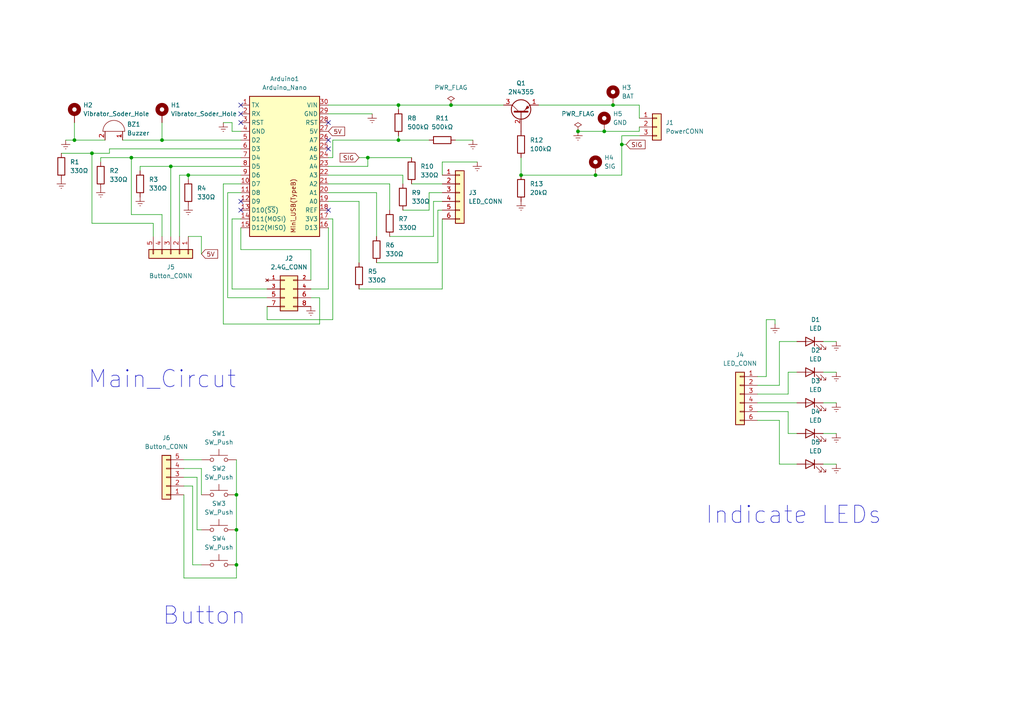
<source format=kicad_sch>
(kicad_sch (version 20211123) (generator eeschema)
  (paper "A4")
  (title_block (title "便攜式腳踏車燈中央控制器") (rev "V1.0"))
  (lib_symbols
    (symbol "Connector_Generic:Conn_01x05" (pin_names (offset 1.016) hide)
      (property "Reference" "J" (at 0 7.62 0))
      (property "Value" "Conn_01x05" (at 0 -7.62 0))
      (symbol "Conn_01x05_1_1"
        (rectangle (start -1.27 -4.953) (end 0 -5.207) (stroke (width 0.1524)))
        (rectangle (start -1.27 -2.413) (end 0 -2.667) (stroke (width 0.1524)))
        (rectangle (start -1.27 0.127) (end 0 -0.127) (stroke (width 0.1524)))
        (rectangle (start -1.27 2.667) (end 0 2.413) (stroke (width 0.1524)))
        (rectangle (start -1.27 5.207) (end 0 4.953) (stroke (width 0.1524)))
        (rectangle (start -1.27 6.35) (end 1.27 -6.35) (stroke (width 0.254)) (fill (type background)))
        (pin passive line (at -5.08 5.08 0) (length 3.81) (name "Pin_1") (number "1"))
        (pin passive line (at -5.08 2.54 0) (length 3.81) (name "Pin_2") (number "2"))
        (pin passive line (at -5.08 0 0) (length 3.81) (name "Pin_3") (number "3"))
        (pin passive line (at -5.08 -2.54 0) (length 3.81) (name "Pin_4") (number "4"))
        (pin passive line (at -5.08 -5.08 0) (length 3.81) (name "Pin_5") (number "5"))
      )
    )
    (symbol "Connector_Generic:Conn_01x06" (pin_names (offset 1.016) hide)
      (property "Reference" "J" (at 0 7.62 0))
      (property "Value" "Conn_01x06" (at 0 -10.16 0))
      (symbol "Conn_01x06_1_1"
        (rectangle (start -1.27 -7.493) (end 0 -7.747) (stroke (width 0.1524)))
        (rectangle (start -1.27 -4.953) (end 0 -5.207) (stroke (width 0.1524)))
        (rectangle (start -1.27 -2.413) (end 0 -2.667) (stroke (width 0.1524)))
        (rectangle (start -1.27 0.127) (end 0 -0.127) (stroke (width 0.1524)))
        (rectangle (start -1.27 2.667) (end 0 2.413) (stroke (width 0.1524)))
        (rectangle (start -1.27 5.207) (end 0 4.953) (stroke (width 0.1524)))
        (rectangle (start -1.27 6.35) (end 1.27 -8.89) (stroke (width 0.254)) (fill (type background)))
        (pin passive line (at -5.08 5.08 0) (length 3.81) (name "Pin_1") (number "1"))
        (pin passive line (at -5.08 2.54 0) (length 3.81) (name "Pin_2") (number "2"))
        (pin passive line (at -5.08 0 0) (length 3.81) (name "Pin_3") (number "3"))
        (pin passive line (at -5.08 -2.54 0) (length 3.81) (name "Pin_4") (number "4"))
        (pin passive line (at -5.08 -5.08 0) (length 3.81) (name "Pin_5") (number "5"))
        (pin passive line (at -5.08 -7.62 0) (length 3.81) (name "Pin_6") (number "6"))
      )
    )
    (symbol "Connector_Generic:PowerCONN" (pin_names (offset 1.016) hide)
      (property "Reference" "J1" (at 2.54 1.2701 0))
      (property "Value" "PowerCONN" (at 2.54 -1.2699 0))
      (symbol "PowerCONN_1_1"
        (rectangle (start -1.27 -2.413) (end 0 -2.667) (stroke (width 0.1524)))
        (rectangle (start -1.27 0.127) (end 0 -0.127) (stroke (width 0.1524)))
        (rectangle (start -1.27 2.667) (end 0 2.413) (stroke (width 0.1524)))
        (rectangle (start -1.27 3.81) (end 1.27 -3.81) (stroke (width 0.254)) (fill (type background)))
        (pin passive line (at -5.08 2.54 0) (length 3.81) (name "Power") (number "1"))
        (pin passive line (at -5.08 0 0) (length 3.81) (name "Ground") (number "2"))
        (pin passive line (at -5.08 -2.54 0) (length 3.81) (name "Charging_Signal") (number "3"))
      )
    )
    (symbol "Connector_Generic_MountingPin:2.4G_CONN" (pin_names (offset 1.016) hide)
      (property "Reference" "J2" (at 1.27 8.89 0))
      (property "Value" "2.4G_CONN" (at 1.27 6.35 0))
      (symbol "2.4G_CONN_1_1"
        (rectangle (start -1.27 -4.953) (end 0 -5.207) (stroke (width 0.1524)))
        (rectangle (start -1.27 -2.413) (end 0 -2.667) (stroke (width 0.1524)))
        (rectangle (start -1.27 0.127) (end 0 -0.127) (stroke (width 0.1524)))
        (rectangle (start -1.27 2.667) (end 0 2.413) (stroke (width 0.1524)))
        (rectangle (start -1.27 3.81) (end 3.81 -6.35) (stroke (width 0.254)) (fill (type background)))
        (rectangle (start 3.81 -4.953) (end 2.54 -5.207) (stroke (width 0.1524)))
        (rectangle (start 3.81 -2.413) (end 2.54 -2.667) (stroke (width 0.1524)))
        (rectangle (start 3.81 0.127) (end 2.54 -0.127) (stroke (width 0.1524)))
        (rectangle (start 3.81 2.667) (end 2.54 2.413) (stroke (width 0.1524)))
        (pin no_connect line (at -5.08 2.54 0) (length 3.81) (name "EMPTY") (number "1"))
        (pin passive line (at 7.62 2.54 180) (length 3.81) (name "MISO") (number "2"))
        (pin passive line (at -5.08 0 0) (length 3.81) (name "MOSI") (number "3"))
        (pin passive line (at 7.62 0 180) (length 3.81) (name "SCLK") (number "4"))
        (pin passive line (at -5.08 -2.54 0) (length 3.81) (name "CSN") (number "5"))
        (pin passive line (at 7.62 -2.54 180) (length 3.81) (name "CE") (number "6"))
        (pin passive line (at -5.08 -5.08 0) (length 3.81) (name "VCC") (number "7"))
        (pin passive line (at 7.62 -5.08 180) (length 3.81) (name "GND") (number "8"))
      )
    )
    (symbol "Device:Buzzer" (pin_names (offset 0.0254) hide)
      (property "Reference" "BZ" (at 3.81 1.27 0))
      (property "Value" "Buzzer" (at 3.81 -1.27 0))
      (symbol "Buzzer_0_1"
        (arc (start 0 -3.175) (mid 3.175 0) (end 0 3.175))
        (polyline (pts (xy -1.651 1.905) (xy -1.143 1.905)))
        (polyline (pts (xy -1.397 2.159) (xy -1.397 1.651)))
        (polyline (pts (xy 0 3.175) (xy 0 -3.175)))
      )
      (symbol "Buzzer_1_1"
        (pin passive line (at -2.54 2.54 0) (length 2.54) (name "-") (number "1"))
        (pin passive line (at -2.54 -2.54 0) (length 2.54) (name "+") (number "2"))
      )
    )
    (symbol "Device:LED" (pin_numbers hide) (pin_names (offset 1.016) hide)
      (property "Reference" "D" (at 0 2.54 0))
      (property "Value" "LED" (at 0 -2.54 0))
      (symbol "LED_0_1"
        (polyline (pts (xy -1.27 -1.27) (xy -1.27 1.27)) (stroke (width 0.254)))
        (polyline (pts (xy -1.27 0) (xy 1.27 0)))
        (polyline (pts (xy 1.27 -1.27) (xy 1.27 1.27) (xy -1.27 0) (xy 1.27 -1.27)) (stroke (width 0.254)))
        (polyline (pts (xy -3.048 -0.762) (xy -4.572 -2.286) (xy -3.81 -2.286) (xy -4.572 -2.286) (xy -4.572 -1.524)))
        (polyline (pts (xy -1.778 -0.762) (xy -3.302 -2.286) (xy -2.54 -2.286) (xy -3.302 -2.286) (xy -3.302 -1.524)))
      )
      (symbol "LED_1_1"
        (pin passive line (at -3.81 0 0) (length 2.54) (name "K") (number "1"))
        (pin passive line (at 3.81 0 180) (length 2.54) (name "A") (number "2"))
      )
    )
    (symbol "Device:R" (pin_numbers hide) (pin_names (offset 0))
      (property "Reference" "R" (at 2.032 0 90))
      (property "Value" "R" (at 0 0 90))
      (symbol "R_0_1"
        (rectangle (start -1.016 -2.54) (end 1.016 2.54) (stroke (width 0.254)))
      )
      (symbol "R_1_1"
        (pin passive line (at 0 3.81 270) (length 1.27) (name "~") (number "1"))
        (pin passive line (at 0 -3.81 90) (length 1.27) (name "~") (number "2"))
      )
    )
    (symbol "MCU_Module:Arduino_Nano"
      (property "Reference" "Arduino1" (at 0 26.67 0))
      (property "Value" "Arduino_Nano" (at 0 24.13 0))
      (symbol "Arduino_Nano_0_0"
        (text "Mini_USB(TypeB)" (at 2.54 -10.16 900) (effects (font (size 1.27 1.27))))
      )
      (symbol "Arduino_Nano_0_1"
        (rectangle (start -10.16 21.59) (end 10.16 -19.05) (stroke (width 0.254)) (fill (type background)))
      )
      (symbol "Arduino_Nano_1_1"
        (pin input line (at -12.7 19.05 0) (length 2.54) (name "TX") (number "1"))
        (pin bidirectional line (at -12.7 -3.81 0) (length 2.54) (name "D7") (number "10"))
        (pin bidirectional line (at -12.7 -6.35 0) (length 2.54) (name "D8") (number "11"))
        (pin bidirectional line (at -12.7 -8.89 0) (length 2.54) (name "D9") (number "12"))
        (pin bidirectional line (at -12.7 -11.43 0) (length 2.54) (name "D10(~{SS})") (number "13"))
        (pin bidirectional line (at -12.7 -13.97 0) (length 2.54) (name "D11(MOSI)") (number "14"))
        (pin bidirectional line (at -12.7 -16.51 0) (length 2.54) (name "D12(MISO)") (number "15"))
        (pin bidirectional line (at 12.7 -16.51 180) (length 2.54) (name "D13") (number "16"))
        (pin bidirectional line (at 12.7 -13.97 180) (length 2.54) (name "3V3") (number "17"))
        (pin bidirectional line (at 12.7 -11.43 180) (length 2.54) (name "REF") (number "18"))
        (pin bidirectional line (at 12.7 -8.89 180) (length 2.54) (name "A0") (number "19"))
        (pin output line (at -12.7 16.51 0) (length 2.54) (name "RX") (number "2"))
        (pin bidirectional line (at 12.7 -6.35 180) (length 2.54) (name "A1") (number "20"))
        (pin bidirectional line (at 12.7 -3.81 180) (length 2.54) (name "A2") (number "21"))
        (pin bidirectional line (at 12.7 -1.27 180) (length 2.54) (name "A3") (number "22"))
        (pin bidirectional line (at 12.7 1.27 180) (length 2.54) (name "A4") (number "23"))
        (pin bidirectional line (at 12.7 3.81 180) (length 2.54) (name "A5") (number "24"))
        (pin bidirectional line (at 12.7 6.35 180) (length 2.54) (name "A6") (number "25"))
        (pin bidirectional line (at 12.7 8.89 180) (length 2.54) (name "A7") (number "26"))
        (pin bidirectional line (at 12.7 11.43 180) (length 2.54) (name "5V") (number "27"))
        (pin input line (at 12.7 13.97 180) (length 2.54) (name "RST") (number "28"))
        (pin input line (at 12.7 16.51 180) (length 2.54) (name "GND") (number "29"))
        (pin bidirectional line (at -12.7 13.97 0) (length 2.54) (name "RST") (number "3"))
        (pin input line (at 12.7 19.05 180) (length 2.54) (name "VIN") (number "30"))
        (pin bidirectional line (at -12.7 11.43 0) (length 2.54) (name "GND") (number "4"))
        (pin bidirectional line (at -12.7 8.89 0) (length 2.54) (name "D2") (number "5"))
        (pin bidirectional line (at -12.7 6.35 0) (length 2.54) (name "D3") (number "6"))
        (pin bidirectional line (at -12.7 3.81 0) (length 2.54) (name "D4") (number "7"))
        (pin bidirectional line (at -12.7 1.27 0) (length 2.54) (name "D5") (number "8"))
        (pin bidirectional line (at -12.7 -1.27 0) (length 2.54) (name "D6") (number "9"))
      )
    )
    (symbol "Mechanical:MountingHole_Pad" (pin_numbers hide) (pin_names (offset 1.016) hide)
      (property "Reference" "H" (at 0 6.35 0))
      (property "Value" "MountingHole_Pad" (at 0 4.445 0))
      (symbol "MountingHole_Pad_0_1"
        (circle (center 0 1.27) (radius 1.27) (stroke (width 1.27)))
      )
      (symbol "MountingHole_Pad_1_1"
        (pin input line (at 0 -2.54 90) (length 2.54) (name "1") (number "1"))
      )
    )
    (symbol "Switch:SW_Push" (pin_numbers hide) (pin_names (offset 1.016) hide)
      (property "Reference" "SW" (at 1.27 2.54 0))
      (property "Value" "SW_Push" (at 0 -1.524 0))
      (symbol "SW_Push_0_1"
        (circle (center -2.032 0) (radius 0.508))
        (polyline (pts (xy 0 1.27) (xy 0 3.048)))
        (polyline (pts (xy 2.54 1.27) (xy -2.54 1.27)))
        (circle (center 2.032 0) (radius 0.508))
        (pin passive line (at -5.08 0 0) (length 2.54) (name "1") (number "1"))
        (pin passive line (at 5.08 0 180) (length 2.54) (name "2") (number "2"))
      )
    )
    (symbol "Transistor_BJT:2N3906" (pin_names (offset 0) hide)
      (property "Reference" "Q" (at 5.08 1.905 0))
      (property "Value" "2N3906" (at 5.08 0 0))
      (symbol "2N3906_0_1"
        (polyline (pts (xy 0.635 0.635) (xy 2.54 2.54)))
        (polyline (pts (xy 0.635 -0.635) (xy 2.54 -2.54) (xy 2.54 -2.54)))
        (polyline (pts (xy 0.635 1.905) (xy 0.635 -1.905) (xy 0.635 -1.905)) (stroke (width 0.508)))
        (polyline (pts (xy 2.286 -1.778) (xy 1.778 -2.286) (xy 1.27 -1.27) (xy 2.286 -1.778) (xy 2.286 -1.778)) (fill (type outline)))
        (circle (center 1.27 0) (radius 2.8194) (stroke (width 0.254)))
      )
      (symbol "2N3906_1_1"
        (pin passive line (at 2.54 -5.08 90) (length 2.54) (name "E") (number "1"))
        (pin input line (at -5.08 0 0) (length 5.715) (name "B") (number "2"))
        (pin passive line (at 2.54 5.08 270) (length 2.54) (name "C") (number "3"))
      )
    )
    (symbol "power:Earth" (power) (pin_names (offset 0))
      (symbol "Earth_0_1"
        (polyline (pts (xy -0.635 -1.905) (xy 0.635 -1.905)))
        (polyline (pts (xy -0.127 -2.54) (xy 0.127 -2.54)))
        (polyline (pts (xy 0 -1.27) (xy 0 0)))
        (polyline (pts (xy 1.27 -1.27) (xy -1.27 -1.27)))
      )
      (symbol "Earth_1_1"
        (pin power_in line (at 0 0 270) (length 0) hide (name "Earth") (number "1"))
      )
    )
    (symbol "power:PWR_FLAG" (power) (pin_numbers hide) (pin_names (offset 0) hide)
      (property "Value" "PWR_FLAG" (at 0 3.81 0))
      (symbol "PWR_FLAG_0_0"
        (pin power_out line (at 0 0 90) (length 0) (name "pwr") (number "1"))
      )
      (symbol "PWR_FLAG_0_1"
        (polyline (pts (xy 0 0) (xy 0 1.27) (xy -1.016 1.905) (xy 0 2.54) (xy 1.016 1.905) (xy 0 1.27)))
      )
    )
  )
  (junction (at 130.81 30.48))
  (junction (at 177.8 30.48))
  (junction (at 21.59 40.64))
  (junction (at 167.64 38.1))
  (junction (at 172.72 50.8))
  (junction (at 68.58 143.51))
  (junction (at 38.1 45.72))
  (junction (at 151.13 50.8))
  (junction (at 175.26 38.1))
  (junction (at 68.58 163.83))
  (junction (at 115.57 40.64))
  (junction (at 54.61 50.8))
  (junction (at 26.67 44.45))
  (junction (at 49.53 48.26))
  (junction (at 106.68 45.72))
  (junction (at 180.34 41.91))
  (junction (at 46.99 40.64))
  (junction (at 115.57 30.48))
  (junction (at 68.58 153.67))
  (no_connect (at 69.85 60.96))
  (no_connect (at 69.85 58.42))
  (no_connect (at 69.85 30.48))
  (no_connect (at 69.85 33.02))
  (no_connect (at 69.85 35.56))
  (no_connect (at 95.25 35.56))
  (no_connect (at 95.25 40.64))
  (no_connect (at 95.25 43.18))
  (no_connect (at 95.25 60.96))
  (wire (pts (xy 95.25 33.02) (xy 107.95 33.02)))
  (wire (pts (xy 77.47 92.71) (xy 96.52 92.71)))
  (wire (pts (xy 119.38 53.34) (xy 128.27 53.34)))
  (wire (pts (xy 54.61 50.8) (xy 54.61 52.07)))
  (wire (pts (xy 115.57 40.64) (xy 124.46 40.64)))
  (wire (pts (xy 96.52 40.64) (xy 115.57 40.64)))
  (wire (pts (xy 40.64 48.26) (xy 49.53 48.26)))
  (wire (pts (xy 106.68 45.72) (xy 106.68 48.26)))
  (wire (pts (xy 180.34 39.37) (xy 180.34 41.91)))
  (wire (pts (xy 67.31 38.1) (xy 67.31 35.56)))
  (wire (pts (xy 40.64 48.26) (xy 40.64 49.53)))
  (wire (pts (xy 38.1 45.72) (xy 38.1 62.23)))
  (wire (pts (xy 95.25 55.88) (xy 109.22 55.88)))
  (wire (pts (xy 26.67 44.45) (xy 26.67 64.77)))
  (wire (pts (xy 19.05 40.64) (xy 21.59 40.64)))
  (wire (pts (xy 226.06 99.06) (xy 226.06 111.76)))
  (wire (pts (xy 64.77 53.34) (xy 64.77 93.98)))
  (wire (pts (xy 115.57 39.37) (xy 115.57 40.64)))
  (wire (pts (xy 95.25 45.72) (xy 96.52 45.72)))
  (wire (pts (xy 95.25 83.82) (xy 90.17 83.82)))
  (wire (pts (xy 52.07 50.8) (xy 54.61 50.8)))
  (wire (pts (xy 226.06 121.92) (xy 226.06 134.62)))
  (wire (pts (xy 219.71 111.76) (xy 226.06 111.76)))
  (wire (pts (xy 128.27 50.8) (xy 128.27 46.99)))
  (wire (pts (xy 96.52 63.5) (xy 96.52 92.71)))
  (wire (pts (xy 68.58 163.83) (xy 68.58 167.64)))
  (wire (pts (xy 53.34 135.89) (xy 58.42 135.89)))
  (wire (pts (xy 26.67 64.77) (xy 44.45 64.77)))
  (wire (pts (xy 64.77 93.98) (xy 92.71 93.98)))
  (wire (pts (xy 151.13 50.8) (xy 172.72 50.8)))
  (wire (pts (xy 53.34 133.35) (xy 58.42 133.35)))
  (wire (pts (xy 180.34 39.37) (xy 185.42 39.37)))
  (wire (pts (xy 38.1 62.23) (xy 46.99 62.23)))
  (wire (pts (xy 238.76 99.06) (xy 242.57 99.06)))
  (wire (pts (xy 219.71 109.22) (xy 222.25 109.22)))
  (wire (pts (xy 222.25 109.22) (xy 222.25 92.71)))
  (wire (pts (xy 35.56 40.64) (xy 46.99 40.64)))
  (wire (pts (xy 52.07 68.58) (xy 52.07 50.8)))
  (wire (pts (xy 109.22 55.88) (xy 109.22 68.58)))
  (wire (pts (xy 238.76 116.84) (xy 242.57 116.84)))
  (wire (pts (xy 224.79 92.71) (xy 224.79 93.98)))
  (wire (pts (xy 38.1 45.72) (xy 69.85 45.72)))
  (wire (pts (xy 95.25 50.8) (xy 116.84 50.8)))
  (wire (pts (xy 125.73 58.42) (xy 128.27 58.42)))
  (wire (pts (xy 95.25 66.04) (xy 95.25 83.82)))
  (wire (pts (xy 175.26 38.1) (xy 185.42 38.1)))
  (wire (pts (xy 69.85 38.1) (xy 67.31 38.1)))
  (wire (pts (xy 58.42 135.89) (xy 58.42 143.51)))
  (wire (pts (xy 119.38 45.72) (xy 106.68 45.72)))
  (wire (pts (xy 226.06 134.62) (xy 231.14 134.62)))
  (wire (pts (xy 49.53 48.26) (xy 49.53 68.58)))
  (wire (pts (xy 124.46 60.96) (xy 124.46 55.88)))
  (wire (pts (xy 219.71 116.84) (xy 231.14 116.84)))
  (wire (pts (xy 66.04 55.88) (xy 66.04 86.36)))
  (wire (pts (xy 231.14 99.06) (xy 226.06 99.06)))
  (wire (pts (xy 124.46 55.88) (xy 128.27 55.88)))
  (wire (pts (xy 238.76 107.95) (xy 242.57 107.95)))
  (wire (pts (xy 49.53 48.26) (xy 69.85 48.26)))
  (wire (pts (xy 219.71 121.92) (xy 226.06 121.92)))
  (wire (pts (xy 177.8 30.48) (xy 185.42 30.48)))
  (wire (pts (xy 127 60.96) (xy 128.27 60.96)))
  (wire (pts (xy 95.25 30.48) (xy 115.57 30.48)))
  (wire (pts (xy 55.88 163.83) (xy 58.42 163.83)))
  (wire (pts (xy 185.42 38.1) (xy 185.42 36.83)))
  (wire (pts (xy 58.42 68.58) (xy 58.42 73.66)))
  (wire (pts (xy 228.6 114.3) (xy 228.6 107.95)))
  (wire (pts (xy 46.99 40.64) (xy 69.85 40.64)))
  (wire (pts (xy 26.67 44.45) (xy 31.75 44.45)))
  (wire (pts (xy 156.21 30.48) (xy 177.8 30.48)))
  (wire (pts (xy 68.58 143.51) (xy 68.58 153.67)))
  (wire (pts (xy 238.76 134.62) (xy 242.57 134.62)))
  (wire (pts (xy 128.27 83.82) (xy 128.27 63.5)))
  (wire (pts (xy 116.84 60.96) (xy 124.46 60.96)))
  (wire (pts (xy 180.34 41.91) (xy 181.61 41.91)))
  (wire (pts (xy 31.75 43.18) (xy 69.85 43.18)))
  (wire (pts (xy 64.77 35.56) (xy 67.31 35.56)))
  (wire (pts (xy 104.14 45.72) (xy 106.68 45.72)))
  (wire (pts (xy 96.52 45.72) (xy 96.52 40.64)))
  (wire (pts (xy 228.6 107.95) (xy 231.14 107.95)))
  (wire (pts (xy 185.42 30.48) (xy 185.42 34.29)))
  (wire (pts (xy 228.6 119.38) (xy 228.6 125.73)))
  (wire (pts (xy 53.34 167.64) (xy 68.58 167.64)))
  (wire (pts (xy 66.04 86.36) (xy 77.47 86.36)))
  (wire (pts (xy 29.21 45.72) (xy 29.21 46.99)))
  (wire (pts (xy 55.88 140.97) (xy 55.88 163.83)))
  (wire (pts (xy 180.34 41.91) (xy 180.34 50.8)))
  (wire (pts (xy 69.85 63.5) (xy 67.31 63.5)))
  (wire (pts (xy 69.85 55.88) (xy 66.04 55.88)))
  (wire (pts (xy 31.75 44.45) (xy 31.75 43.18)))
  (wire (pts (xy 151.13 45.72) (xy 151.13 50.8)))
  (wire (pts (xy 228.6 125.73) (xy 231.14 125.73)))
  (wire (pts (xy 53.34 143.51) (xy 53.34 167.64)))
  (wire (pts (xy 54.61 68.58) (xy 58.42 68.58)))
  (wire (pts (xy 53.34 138.43) (xy 57.15 138.43)))
  (wire (pts (xy 130.81 30.48) (xy 146.05 30.48)))
  (wire (pts (xy 95.25 58.42) (xy 104.14 58.42)))
  (wire (pts (xy 57.15 153.67) (xy 58.42 153.67)))
  (wire (pts (xy 69.85 66.04) (xy 69.85 72.39)))
  (wire (pts (xy 115.57 30.48) (xy 115.57 31.75)))
  (wire (pts (xy 69.85 53.34) (xy 64.77 53.34)))
  (wire (pts (xy 128.27 46.99) (xy 138.43 46.99)))
  (wire (pts (xy 44.45 64.77) (xy 44.45 68.58)))
  (wire (pts (xy 115.57 30.48) (xy 130.81 30.48)))
  (wire (pts (xy 90.17 86.36) (xy 92.71 86.36)))
  (wire (pts (xy 137.16 40.64) (xy 132.08 40.64)))
  (wire (pts (xy 29.21 45.72) (xy 38.1 45.72)))
  (wire (pts (xy 116.84 50.8) (xy 116.84 53.34)))
  (wire (pts (xy 167.64 38.1) (xy 175.26 38.1)))
  (wire (pts (xy 238.76 125.73) (xy 242.57 125.73)))
  (wire (pts (xy 106.68 48.26) (xy 95.25 48.26)))
  (wire (pts (xy 219.71 119.38) (xy 228.6 119.38)))
  (wire (pts (xy 77.47 88.9) (xy 77.47 92.71)))
  (wire (pts (xy 90.17 72.39) (xy 90.17 81.28)))
  (wire (pts (xy 219.71 114.3) (xy 228.6 114.3)))
  (wire (pts (xy 67.31 63.5) (xy 67.31 83.82)))
  (wire (pts (xy 95.25 53.34) (xy 113.03 53.34)))
  (wire (pts (xy 67.31 83.82) (xy 77.47 83.82)))
  (wire (pts (xy 127 60.96) (xy 127 76.2)))
  (wire (pts (xy 69.85 72.39) (xy 90.17 72.39)))
  (wire (pts (xy 125.73 68.58) (xy 125.73 58.42)))
  (wire (pts (xy 127 76.2) (xy 109.22 76.2)))
  (wire (pts (xy 68.58 133.35) (xy 68.58 143.51)))
  (wire (pts (xy 57.15 138.43) (xy 57.15 153.67)))
  (wire (pts (xy 113.03 68.58) (xy 125.73 68.58)))
  (wire (pts (xy 104.14 83.82) (xy 128.27 83.82)))
  (wire (pts (xy 104.14 58.42) (xy 104.14 76.2)))
  (wire (pts (xy 222.25 92.71) (xy 224.79 92.71)))
  (wire (pts (xy 54.61 50.8) (xy 69.85 50.8)))
  (wire (pts (xy 92.71 93.98) (xy 92.71 86.36)))
  (wire (pts (xy 113.03 53.34) (xy 113.03 60.96)))
  (wire (pts (xy 68.58 153.67) (xy 68.58 163.83)))
  (wire (pts (xy 17.78 44.45) (xy 26.67 44.45)))
  (wire (pts (xy 21.59 35.56) (xy 21.59 40.64)))
  (wire (pts (xy 46.99 35.56) (xy 46.99 40.64)))
  (wire (pts (xy 53.34 140.97) (xy 55.88 140.97)))
  (wire (pts (xy 95.25 63.5) (xy 96.52 63.5)))
  (wire (pts (xy 172.72 50.8) (xy 180.34 50.8)))
  (wire (pts (xy 46.99 62.23) (xy 46.99 68.58)))
  (wire (pts (xy 21.59 40.64) (xy 30.48 40.64)))
  (text "Indicate LEDs" (at 204.47 152.4 0) (effects (font (size 5 5)) (justify left bottom)))
  (text "Button\n" (at 46.99 181.61 0) (effects (font (size 5 5)) (justify left bottom)))
  (text "Main_Circut\n" (at 25.4 113.03 0) (effects (font (size 5 5)) (justify left bottom)))
  (global_label "SIG" (shape input) (at 181.61 41.91 0) (property "Intersheet References" "${INTERSHEET_REFS}" (effects hide)))
  (global_label "5V" (shape input) (at 58.42 73.66 0) (property "Intersheet References" "${INTERSHEET_REFS}" (effects hide)))
  (global_label "SIG" (shape input) (at 104.14 45.72 180) (property "Intersheet References" "${INTERSHEET_REFS}" (effects hide)))
  (global_label "5V" (shape input) (at 95.25 38.1 0) (property "Intersheet References" "${INTERSHEET_REFS}" (effects hide)))
  (symbol (lib_id "Transistor_BJT:2N3906") (at 151.13 33.02 90) (unit 1)
    (property "Reference" "Q1" (at 151.13 24.13 90))
    (property "Value" "2N4355" (at 151.13 26.67 90))
    (property "Footprint" "Package_TO_SOT_THT:TO-92_Inline" (effects hide))
    (property "Datasheet" "https://www.onsemi.com/pub/Collateral/2N3906-D.PDF" (effects hide))
  )
  (symbol (lib_id "power:Earth") (at 167.64 38.1 0) (unit 1)
    (property "Reference" "#PWR017" (effects hide))
    (property "Value" "Earth" (effects hide))
  )
  (symbol (lib_id "power:Earth") (at 242.57 125.73 0) (unit 1)
    (property "Reference" "#PWR015" (effects hide))
    (property "Value" "Earth" (effects hide))
  )
  (symbol (lib_id "Mechanical:MountingHole_Pad") (at 46.99 33.02 0) (unit 1)
    (property "Reference" "H1" (at 49.53 30.4799 0) (effects (justify left)))
    (property "Value" "Vibrator_Soder_Hole" (at 49.53 33.0199 0) (effects (justify left)))
    (property "Footprint" "TestPoint:TestPoint_Pad_D2.5mm" (effects hide))
  )
  (symbol (lib_id "power:Earth") (at 29.21 54.61 0) (unit 1)
    (property "Reference" "#PWR03" (effects hide))
    (property "Value" "Earth" (effects hide))
  )
  (symbol (lib_id "Connector_Generic:Conn_01x06") (at 214.63 114.3 0) (mirror y) (unit 1)
    (property "Reference" "J4" (at 214.63 102.87 0))
    (property "Value" "LED_CONN" (at 214.63 105.41 0))
    (property "Footprint" "Connector_PinHeader_2.54mm:PinHeader_1x06_P2.54mm_Vertical" (effects hide))
  )
  (symbol (lib_id "Switch:SW_Push") (at 63.5 133.35 0) (unit 1)
    (property "Reference" "SW1" (at 63.5 125.73 0))
    (property "Value" "SW_Push" (at 63.5 128.27 0))
    (property "Footprint" "Connector_PinHeader_2.54mm:PinHeader_1x02_P2.54mm_Vertical" (effects hide))
  )
  (symbol (lib_id "Device:R") (at 17.78 48.26 0) (unit 1)
    (property "Reference" "R1" (at 20.32 46.9899 0) (effects (justify left)))
    (property "Value" "330Ω" (at 20.32 49.5299 0) (effects (justify left)))
    (property "Footprint" "Resistor_SMD:R_1206_3216Metric_Pad1.30x1.75mm_HandSolder" (effects hide))
  )
  (symbol (lib_id "power:Earth") (at 64.77 35.56 0) (unit 1)
    (property "Reference" "#PWR0102" (effects hide))
    (property "Value" "Earth" (effects hide))
  )
  (symbol (lib_id "power:Earth") (at 19.05 40.64 0) (unit 1)
    (property "Reference" "#PWR01" (effects hide))
    (property "Value" "Earth" (effects hide))
  )
  (symbol (lib_id "Device:LED") (at 234.95 99.06 0) (mirror y) (unit 1)
    (property "Reference" "D1" (at 236.5375 92.71 0))
    (property "Value" "LED" (at 236.5375 95.25 0))
    (property "Footprint" "LED_THT:LED_D5.0mm" (effects hide))
  )
  (symbol (lib_id "Device:LED") (at 234.95 134.62 0) (mirror y) (unit 1)
    (property "Reference" "D5" (at 236.5375 128.27 0))
    (property "Value" "LED" (at 236.5375 130.81 0))
    (property "Footprint" "LED_THT:LED_D5.0mm" (effects hide))
  )
  (symbol (lib_id "power:Earth") (at 224.79 93.98 0) (unit 1)
    (property "Reference" "#PWR011" (effects hide))
    (property "Value" "Earth" (effects hide))
  )
  (symbol (lib_id "power:Earth") (at 151.13 58.42 0) (unit 1)
    (property "Reference" "#PWR09" (effects hide))
    (property "Value" "Earth" (effects hide))
  )
  (symbol (lib_id "Switch:SW_Push") (at 63.5 143.51 0) (unit 1)
    (property "Reference" "SW2" (at 63.5 135.89 0))
    (property "Value" "SW_Push" (at 63.5 138.43 0))
    (property "Footprint" "Connector_PinHeader_2.54mm:PinHeader_1x02_P2.54mm_Vertical" (effects hide))
  )
  (symbol (lib_id "power:Earth") (at 40.64 57.15 0) (unit 1)
    (property "Reference" "#PWR04" (effects hide))
    (property "Value" "Earth" (effects hide))
  )
  (symbol (lib_id "Device:R") (at 115.57 35.56 0) (unit 1)
    (property "Reference" "R8" (at 118.11 34.2899 0) (effects (justify left)))
    (property "Value" "500kΩ" (at 118.11 36.8299 0) (effects (justify left)))
    (property "Footprint" "Resistor_SMD:R_1206_3216Metric_Pad1.30x1.75mm_HandSolder" (effects hide))
  )
  (symbol (lib_id "Connector_Generic:Conn_01x06") (at 133.35 55.88 0) (unit 1)
    (property "Reference" "J3" (at 135.89 55.8799 0) (effects (justify left)))
    (property "Value" "LED_CONN" (at 135.89 58.4199 0) (effects (justify left)))
    (property "Footprint" "Connector_PinHeader_2.54mm:PinHeader_1x06_P2.54mm_Vertical" (effects hide))
  )
  (symbol (lib_id "power:Earth") (at 242.57 107.95 0) (unit 1)
    (property "Reference" "#PWR013" (effects hide))
    (property "Value" "Earth" (effects hide))
  )
  (symbol (lib_id "Mechanical:MountingHole_Pad") (at 172.72 48.26 0) (unit 1)
    (property "Reference" "H4" (at 175.26 45.7199 0) (effects (justify left)))
    (property "Value" "SIG" (at 175.26 48.2599 0) (effects (justify left)))
    (property "Footprint" "TestPoint:TestPoint_Pad_D3.0mm" (effects hide))
  )
  (symbol (lib_id "MCU_Module:Arduino_Nano") (at 82.55 49.53 0) (unit 1)
    (property "Reference" "Arduino1" (at 82.55 22.86 0))
    (property "Value" "Arduino_Nano" (at 82.55 25.4 0))
    (property "Footprint" "Module:Arduino_Nano" (effects hide))
  )
  (symbol (lib_id "power:Earth") (at 107.95 33.02 0) (unit 1)
    (property "Reference" "#PWR06" (effects hide))
    (property "Value" "Earth" (effects hide))
  )
  (symbol (lib_id "power:Earth") (at 137.16 40.64 0) (unit 1)
    (property "Reference" "#PWR018" (effects hide))
    (property "Value" "Earth" (effects hide))
  )
  (symbol (lib_id "power:PWR_FLAG") (at 167.64 38.1 0) (unit 1)
    (property "Reference" "#FLG01" (effects hide))
    (property "Value" "PWR_FLAG" (at 167.64 33.02 0))
  )
  (symbol (lib_id "power:Earth") (at 138.43 46.99 0) (unit 1)
    (property "Reference" "#PWR08" (effects hide))
    (property "Value" "Earth" (effects hide))
  )
  (symbol (lib_id "Connector_Generic:PowerCONN") (at 190.5 36.83 0) (unit 1)
    (property "Reference" "J1" (at 193.04 35.5599 0) (effects (justify left)))
    (property "Value" "PowerCONN" (at 193.04 38.0999 0) (effects (justify left)))
    (property "Footprint" "Connector_PinHeader_2.54mm:PinHeader_1x03_P2.54mm_Vertical" (effects hide))
  )
  (symbol (lib_id "Switch:SW_Push") (at 63.5 153.67 0) (unit 1)
    (property "Reference" "SW3" (at 63.5 146.05 0))
    (property "Value" "SW_Push" (at 63.5 148.59 0))
    (property "Footprint" "Connector_PinHeader_2.54mm:PinHeader_1x02_P2.54mm_Vertical" (effects hide))
  )
  (symbol (lib_id "Device:LED") (at 234.95 116.84 0) (mirror y) (unit 1)
    (property "Reference" "D3" (at 236.5375 110.49 0))
    (property "Value" "LED" (at 236.5375 113.03 0))
    (property "Footprint" "LED_THT:LED_D5.0mm" (effects hide))
  )
  (symbol (lib_id "power:Earth") (at 242.57 134.62 0) (unit 1)
    (property "Reference" "#PWR016" (effects hide))
    (property "Value" "Earth" (effects hide))
  )
  (symbol (lib_id "Device:Buzzer") (at 33.02 38.1 270) (mirror x) (unit 1)
    (property "Reference" "BZ1" (at 36.83 36.0679 90) (effects (justify left)))
    (property "Value" "Buzzer" (at 36.83 38.6079 90) (effects (justify left)))
    (property "Footprint" "Buzzer_Beeper:Buzzer_12x9.5RM7.6" (effects hide))
  )
  (symbol (lib_id "power:Earth") (at 17.78 52.07 0) (unit 1)
    (property "Reference" "#PWR02" (effects hide))
    (property "Value" "Earth" (effects hide))
  )
  (symbol (lib_id "Device:R") (at 119.38 49.53 180) (unit 1)
    (property "Reference" "R10" (at 121.92 48.2599 0) (effects (justify right)))
    (property "Value" "330Ω" (at 121.92 50.7999 0) (effects (justify right)))
    (property "Footprint" "Resistor_SMD:R_1206_3216Metric_Pad1.30x1.75mm_HandSolder" (effects hide))
  )
  (symbol (lib_id "power:Earth") (at 242.57 116.84 0) (unit 1)
    (property "Reference" "#PWR014" (effects hide))
    (property "Value" "Earth" (effects hide))
  )
  (symbol (lib_id "Connector_Generic:Conn_01x05") (at 48.26 138.43 180) (unit 1)
    (property "Reference" "J6" (at 48.26 127 0))
    (property "Value" "Button_CONN" (at 48.26 129.54 0))
    (property "Footprint" "Connector_PinHeader_2.54mm:PinHeader_1x05_P2.54mm_Vertical" (effects hide))
  )
  (symbol (lib_id "Switch:SW_Push") (at 63.5 163.83 0) (unit 1)
    (property "Reference" "SW4" (at 63.5 156.21 0))
    (property "Value" "SW_Push" (at 63.5 158.75 0))
    (property "Footprint" "Connector_PinHeader_2.54mm:PinHeader_1x02_P2.54mm_Vertical" (effects hide))
  )
  (symbol (lib_id "Device:R") (at 116.84 57.15 0) (unit 1)
    (property "Reference" "R9" (at 119.38 55.8799 0) (effects (justify left)))
    (property "Value" "330Ω" (at 119.38 58.4199 0) (effects (justify left)))
    (property "Footprint" "Resistor_SMD:R_1206_3216Metric_Pad1.30x1.75mm_HandSolder" (effects hide))
  )
  (symbol (lib_id "Mechanical:MountingHole_Pad") (at 21.59 33.02 0) (unit 1)
    (property "Reference" "H2" (at 24.13 30.4799 0) (effects (justify left)))
    (property "Value" "Vibrator_Soder_Hole" (at 24.13 33.0199 0) (effects (justify left)))
    (property "Footprint" "TestPoint:TestPoint_Pad_D2.5mm" (effects hide))
  )
  (symbol (lib_id "power:Earth") (at 242.57 99.06 0) (unit 1)
    (property "Reference" "#PWR012" (effects hide))
    (property "Value" "Earth" (effects hide))
  )
  (symbol (lib_id "Connector_Generic_MountingPin:2.4G_CONN") (at 82.55 83.82 0) (unit 1)
    (property "Reference" "J2" (at 83.82 74.93 0))
    (property "Value" "2.4G_CONN" (at 83.82 77.47 0))
    (property "Footprint" "Connector_PinHeader_2.54mm:PinHeader_2x04_P2.54mm_Vertical" (effects hide))
  )
  (symbol (lib_id "Device:R") (at 151.13 41.91 0) (unit 1)
    (property "Reference" "R12" (at 153.67 40.6399 0) (effects (justify left)))
    (property "Value" "100kΩ" (at 153.67 43.1799 0) (effects (justify left)))
    (property "Footprint" "Resistor_SMD:R_1206_3216Metric_Pad1.30x1.75mm_HandSolder" (effects hide))
  )
  (symbol (lib_id "Device:LED") (at 234.95 125.73 0) (mirror y) (unit 1)
    (property "Reference" "D4" (at 236.5375 119.38 0))
    (property "Value" "LED" (at 236.5375 121.92 0))
    (property "Footprint" "LED_THT:LED_D5.0mm" (effects hide))
  )
  (symbol (lib_id "Device:LED") (at 234.95 107.95 0) (mirror y) (unit 1)
    (property "Reference" "D2" (at 236.5375 101.6 0))
    (property "Value" "LED" (at 236.5375 104.14 0))
    (property "Footprint" "LED_THT:LED_D5.0mm" (effects hide))
  )
  (symbol (lib_id "Device:R") (at 40.64 53.34 0) (unit 1)
    (property "Reference" "R3" (at 43.18 52.0699 0) (effects (justify left)))
    (property "Value" "330Ω" (at 43.18 54.6099 0) (effects (justify left)))
    (property "Footprint" "Resistor_SMD:R_1206_3216Metric_Pad1.30x1.75mm_HandSolder" (effects hide))
  )
  (symbol (lib_id "Device:R") (at 113.03 64.77 0) (unit 1)
    (property "Reference" "R7" (at 115.57 63.4999 0) (effects (justify left)))
    (property "Value" "330Ω" (at 115.57 66.0399 0) (effects (justify left)))
    (property "Footprint" "Resistor_SMD:R_1206_3216Metric_Pad1.30x1.75mm_HandSolder" (effects hide))
  )
  (symbol (lib_id "Device:R") (at 109.22 72.39 180) (unit 1)
    (property "Reference" "R6" (at 111.76 71.1199 0) (effects (justify right)))
    (property "Value" "330Ω" (at 111.76 73.6599 0) (effects (justify right)))
    (property "Footprint" "Resistor_SMD:R_1206_3216Metric_Pad1.30x1.75mm_HandSolder" (effects hide))
  )
  (symbol (lib_id "Device:R") (at 54.61 55.88 0) (unit 1)
    (property "Reference" "R4" (at 57.15 54.6099 0) (effects (justify left)))
    (property "Value" "330Ω" (at 57.15 57.1499 0) (effects (justify left)))
    (property "Footprint" "Resistor_SMD:R_1206_3216Metric_Pad1.30x1.75mm_HandSolder" (effects hide))
  )
  (symbol (lib_id "Device:R") (at 128.27 40.64 90) (unit 1)
    (property "Reference" "R11" (at 128.27 34.29 90))
    (property "Value" "500kΩ" (at 128.27 36.83 90))
    (property "Footprint" "Resistor_SMD:R_1206_3216Metric_Pad1.30x1.75mm_HandSolder" (effects hide))
  )
  (symbol (lib_id "power:Earth") (at 90.17 88.9 0) (unit 1)
    (property "Reference" "#PWR07" (effects hide))
    (property "Value" "Earth" (effects hide))
  )
  (symbol (lib_id "Device:R") (at 151.13 54.61 0) (unit 1)
    (property "Reference" "R13" (at 153.67 53.3399 0) (effects (justify left)))
    (property "Value" "20kΩ" (at 153.67 55.8799 0) (effects (justify left)))
    (property "Footprint" "Resistor_SMD:R_1206_3216Metric_Pad1.30x1.75mm_HandSolder" (effects hide))
  )
  (symbol (lib_id "power:Earth") (at 54.61 59.69 0) (unit 1)
    (property "Reference" "#PWR05" (effects hide))
    (property "Value" "Earth" (effects hide))
  )
  (symbol (lib_id "Device:R") (at 104.14 80.01 180) (unit 1)
    (property "Reference" "R5" (at 106.68 78.7399 0) (effects (justify right)))
    (property "Value" "330Ω" (at 106.68 81.2799 0) (effects (justify right)))
    (property "Footprint" "Resistor_SMD:R_1206_3216Metric_Pad1.30x1.75mm_HandSolder" (effects hide))
  )
  (symbol (lib_id "Connector_Generic:Conn_01x05") (at 49.53 73.66 270) (unit 1)
    (property "Reference" "J5" (at 49.53 77.47 90))
    (property "Value" "Button_CONN" (at 49.53 80.01 90))
    (property "Footprint" "Connector_PinHeader_2.54mm:PinHeader_1x05_P2.54mm_Vertical" (effects hide))
  )
  (symbol (lib_id "Mechanical:MountingHole_Pad") (at 177.8 27.94 0) (unit 1)
    (property "Reference" "H3" (at 180.34 25.3999 0) (effects (justify left)))
    (property "Value" "BAT" (at 180.34 27.9399 0) (effects (justify left)))
    (property "Footprint" "TestPoint:TestPoint_Pad_D3.0mm" (effects hide))
  )
  (symbol (lib_id "power:PWR_FLAG") (at 130.81 30.48 0) (unit 1)
    (property "Reference" "#FLG0101" (effects hide))
    (property "Value" "PWR_FLAG" (at 130.81 25.4 0))
  )
  (symbol (lib_id "Mechanical:MountingHole_Pad") (at 175.26 35.56 0) (unit 1)
    (property "Reference" "H5" (at 177.8 33.0199 0) (effects (justify left)))
    (property "Value" "GND" (at 177.8 35.5599 0) (effects (justify left)))
    (property "Footprint" "TestPoint:TestPoint_Pad_D3.0mm" (effects hide))
  )
  (symbol (lib_id "Device:R") (at 29.21 50.8 0) (unit 1)
    (property "Reference" "R2" (at 31.75 49.5299 0) (effects (justify left)))
    (property "Value" "330Ω" (at 31.75 52.0699 0) (effects (justify left)))
    (property "Footprint" "Resistor_SMD:R_1206_3216Metric_Pad1.30x1.75mm_HandSolder" (effects hide))
  )
)
</source>
